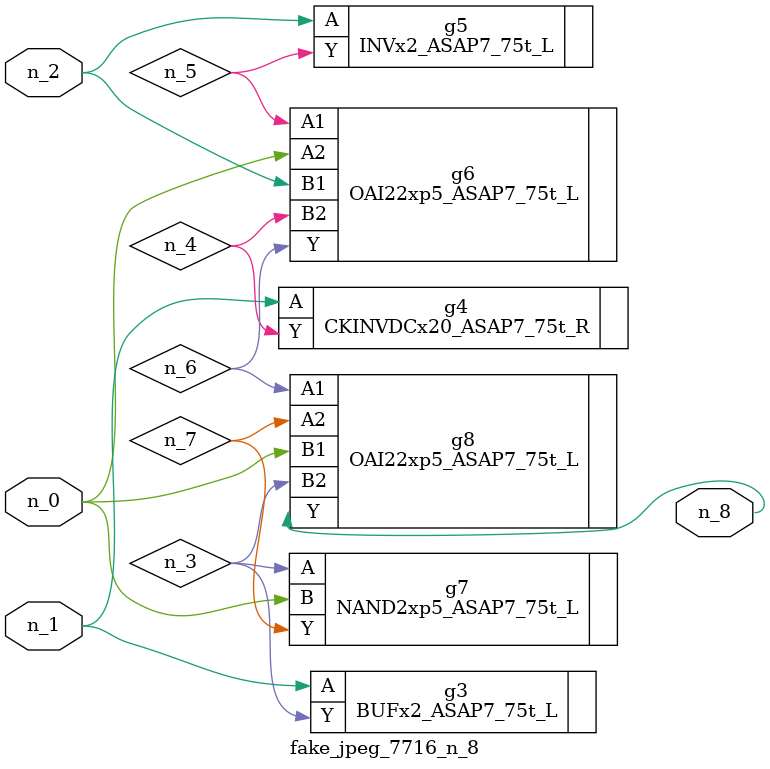
<source format=v>
module fake_jpeg_7716_n_8 (n_0, n_2, n_1, n_8);

input n_0;
input n_2;
input n_1;

output n_8;

wire n_3;
wire n_4;
wire n_6;
wire n_5;
wire n_7;

BUFx2_ASAP7_75t_L g3 ( 
.A(n_1),
.Y(n_3)
);

CKINVDCx20_ASAP7_75t_R g4 ( 
.A(n_1),
.Y(n_4)
);

INVx2_ASAP7_75t_L g5 ( 
.A(n_2),
.Y(n_5)
);

OAI22xp5_ASAP7_75t_L g6 ( 
.A1(n_5),
.A2(n_0),
.B1(n_2),
.B2(n_4),
.Y(n_6)
);

OAI22xp5_ASAP7_75t_L g8 ( 
.A1(n_6),
.A2(n_7),
.B1(n_0),
.B2(n_3),
.Y(n_8)
);

NAND2xp5_ASAP7_75t_L g7 ( 
.A(n_3),
.B(n_0),
.Y(n_7)
);


endmodule
</source>
